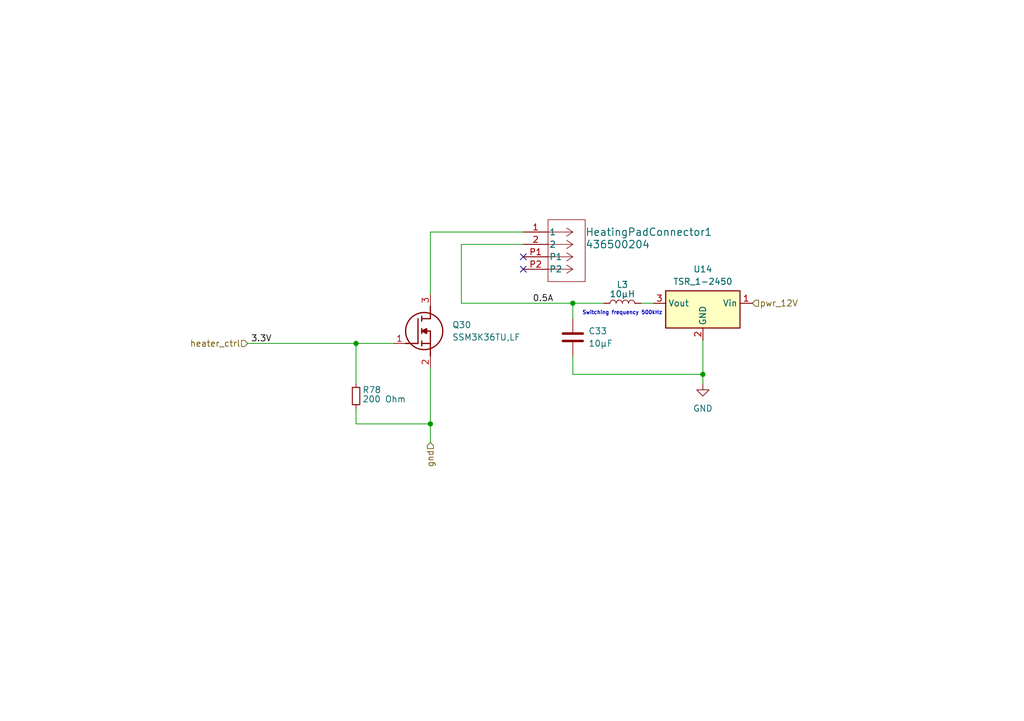
<source format=kicad_sch>
(kicad_sch (version 20230121) (generator eeschema)
  (paper "A5")
  (title_block (title "Heating Pad and Control") (company "SpaceTeam Aachen"))
  (lib_symbols
    (symbol "436500204:436500204" (pin_names (offset 0.254))
      (property "Reference" "J" (at 8.89 6.35 0))
      (property "Value" "436500204" (at 0 0 0))
      (symbol "436500204_1_1"
        (polyline (pts (xy 5.08 -10.16) (xy 12.7 -10.16)) (stroke (width 0.127)))
        (polyline (pts (xy 5.08 2.54) (xy 5.08 -10.16)) (stroke (width 0.127)))
        (polyline (pts (xy 10.16 -7.62) (xy 5.08 -7.62)) (stroke (width 0.127)))
        (polyline (pts (xy 10.16 -7.62) (xy 8.89 -8.4667)) (stroke (width 0.127)))
        (polyline (pts (xy 10.16 -7.62) (xy 8.89 -6.7733)) (stroke (width 0.127)))
        (polyline (pts (xy 10.16 -5.08) (xy 5.08 -5.08)) (stroke (width 0.127)))
        (polyline (pts (xy 10.16 -5.08) (xy 8.89 -5.9267)) (stroke (width 0.127)))
        (polyline (pts (xy 10.16 -5.08) (xy 8.89 -4.2333)) (stroke (width 0.127)))
        (polyline (pts (xy 10.16 -2.54) (xy 5.08 -2.54)) (stroke (width 0.127)))
        (polyline (pts (xy 10.16 -2.54) (xy 8.89 -3.3867)) (stroke (width 0.127)))
        (polyline (pts (xy 10.16 -2.54) (xy 8.89 -1.6933)) (stroke (width 0.127)))
        (polyline (pts (xy 10.16 0) (xy 5.08 0)) (stroke (width 0.127)))
        (polyline (pts (xy 10.16 0) (xy 8.89 -0.8467)) (stroke (width 0.127)))
        (polyline (pts (xy 10.16 0) (xy 8.89 0.8467)) (stroke (width 0.127)))
        (polyline (pts (xy 12.7 -10.16) (xy 12.7 2.54)) (stroke (width 0.127)))
        (polyline (pts (xy 12.7 2.54) (xy 5.08 2.54)) (stroke (width 0.127)))
        (pin unspecified line (at 0 0 0) (length 5.08) (name "1") (number "1"))
        (pin unspecified line (at 0 -2.54 0) (length 5.08) (name "2") (number "2"))
        (pin unspecified line (at 0 -5.08 0) (length 5.08) (name "P1") (number "P1"))
        (pin unspecified line (at 0 -7.62 0) (length 5.08) (name "P2") (number "P2"))
      )
      (symbol "436500204_1_2"
        (polyline (pts (xy 5.08 -10.16) (xy 12.7 -10.16)) (stroke (width 0.127)))
        (polyline (pts (xy 5.08 2.54) (xy 5.08 -10.16)) (stroke (width 0.127)))
        (polyline (pts (xy 7.62 -7.62) (xy 5.08 -7.62)) (stroke (width 0.127)))
        (polyline (pts (xy 7.62 -7.62) (xy 8.89 -8.4667)) (stroke (width 0.127)))
        (polyline (pts (xy 7.62 -7.62) (xy 8.89 -6.7733)) (stroke (width 0.127)))
        (polyline (pts (xy 7.62 -5.08) (xy 5.08 -5.08)) (stroke (width 0.127)))
        (polyline (pts (xy 7.62 -5.08) (xy 8.89 -5.9267)) (stroke (width 0.127)))
        (polyline (pts (xy 7.62 -5.08) (xy 8.89 -4.2333)) (stroke (width 0.127)))
        (polyline (pts (xy 7.62 -2.54) (xy 5.08 -2.54)) (stroke (width 0.127)))
        (polyline (pts (xy 7.62 -2.54) (xy 8.89 -3.3867)) (stroke (width 0.127)))
        (polyline (pts (xy 7.62 -2.54) (xy 8.89 -1.6933)) (stroke (width 0.127)))
        (polyline (pts (xy 7.62 0) (xy 5.08 0)) (stroke (width 0.127)))
        (polyline (pts (xy 7.62 0) (xy 8.89 -0.8467)) (stroke (width 0.127)))
        (polyline (pts (xy 7.62 0) (xy 8.89 0.8467)) (stroke (width 0.127)))
        (polyline (pts (xy 12.7 -10.16) (xy 12.7 2.54)) (stroke (width 0.127)))
        (polyline (pts (xy 12.7 2.54) (xy 5.08 2.54)) (stroke (width 0.127)))
        (pin unspecified line (at 0 0 0) (length 5.08) (name "1") (number "1"))
        (pin unspecified line (at 0 -2.54 0) (length 5.08) (name "2") (number "2"))
        (pin unspecified line (at 0 -5.08 0) (length 5.08) (name "P1") (number "P1"))
        (pin unspecified line (at 0 -7.62 0) (length 5.08) (name "P2") (number "P2"))
      )
    )
    (symbol "Device:C" (pin_numbers hide) (pin_names (offset 0.254))
      (property "Reference" "C" (at 0.635 2.54 0))
      (property "Value" "C" (at 0.635 -2.54 0))
      (symbol "C_0_1"
        (polyline (pts (xy -2.032 -0.762) (xy 2.032 -0.762)) (stroke (width 0.508)))
        (polyline (pts (xy -2.032 0.762) (xy 2.032 0.762)) (stroke (width 0.508)))
      )
      (symbol "C_1_1"
        (pin passive line (at 0 3.81 270) (length 2.794) (name "~") (number "1"))
        (pin passive line (at 0 -3.81 90) (length 2.794) (name "~") (number "2"))
      )
    )
    (symbol "Device:L" (pin_numbers hide) (pin_names (offset 1.016) hide)
      (property "Reference" "L" (at -1.27 0 90))
      (property "Value" "L" (at 1.905 0 90))
      (symbol "L_0_1"
        (arc (start 0 -2.54) (mid 0.6323 -1.905) (end 0 -1.27))
        (arc (start 0 -1.27) (mid 0.6323 -0.635) (end 0 0))
        (arc (start 0 0) (mid 0.6323 0.635) (end 0 1.27))
        (arc (start 0 1.27) (mid 0.6323 1.905) (end 0 2.54))
      )
      (symbol "L_1_1"
        (pin passive line (at 0 3.81 270) (length 1.27) (name "1") (number "1"))
        (pin passive line (at 0 -3.81 90) (length 1.27) (name "2") (number "2"))
      )
    )
    (symbol "Device:R_Small" (pin_numbers hide) (pin_names (offset 0.254) hide)
      (property "Reference" "R" (at 0.762 0.508 0))
      (property "Value" "R_Small" (at 0.762 -1.016 0))
      (symbol "R_Small_0_1"
        (rectangle (start -0.762 1.778) (end 0.762 -1.778) (stroke (width 0.2032)))
      )
      (symbol "R_Small_1_1"
        (pin passive line (at 0 2.54 270) (length 0.762) (name "~") (number "1"))
        (pin passive line (at 0 -2.54 90) (length 0.762) (name "~") (number "2"))
      )
    )
    (symbol "Regulator_Switching:TSR_1-2450"
      (property "Reference" "U" (at -7.62 6.35 0))
      (property "Value" "TSR_1-2450" (at -1.27 6.35 0))
      (symbol "TSR_1-2450_0_1"
        (rectangle (start -7.62 5.08) (end 7.62 -2.54) (stroke (width 0.254)) (fill (type background)))
      )
      (symbol "TSR_1-2450_1_1"
        (pin power_in line (at -10.16 2.54 0) (length 2.54) (name "Vin") (number "1"))
        (pin power_in line (at 0 -5.08 90) (length 2.54) (name "GND") (number "2"))
        (pin power_out line (at 10.16 2.54 180) (length 2.54) (name "Vout") (number "3"))
      )
    )
    (symbol "SSM3K36TU_LF:SSM3K36TU,LF" (pin_names hide)
      (property "Reference" "Q" (at 11.43 3.81 0))
      (property "Value" "SSM3K36TU,LF" (at 11.43 1.27 0))
      (symbol "SSM3K36TU,LF_1_1"
        (polyline (pts (xy 2.54 0) (xy 5.08 0)) (stroke (width 0.254)))
        (polyline (pts (xy 5.08 5.08) (xy 5.08 0)) (stroke (width 0.254)))
        (polyline (pts (xy 5.842 -0.508) (xy 5.842 0.508)) (stroke (width 0.254)))
        (polyline (pts (xy 5.842 0) (xy 7.62 0)) (stroke (width 0.254)))
        (polyline (pts (xy 5.842 2.032) (xy 5.842 3.048)) (stroke (width 0.254)))
        (polyline (pts (xy 5.842 5.588) (xy 5.842 4.572)) (stroke (width 0.254)))
        (polyline (pts (xy 7.62 2.54) (xy 5.842 2.54)) (stroke (width 0.254)))
        (polyline (pts (xy 7.62 2.54) (xy 7.62 -2.54)) (stroke (width 0.254)))
        (polyline (pts (xy 7.62 5.08) (xy 5.842 5.08)) (stroke (width 0.254)))
        (polyline (pts (xy 7.62 5.08) (xy 7.62 7.62)) (stroke (width 0.254)))
        (polyline (pts (xy 5.842 2.54) (xy 6.858 3.048) (xy 6.858 2.032) (xy 5.842 2.54)) (stroke (width 0.254)) (fill (type outline)))
        (circle (center 6.35 2.54) (radius 3.81) (stroke (width 0.254)))
        (pin passive line (at 0 0 0) (length 2.54) (name "G") (number "1"))
        (pin passive line (at 7.62 -5.08 90) (length 2.54) (name "S") (number "2"))
        (pin passive line (at 7.62 10.16 270) (length 2.54) (name "D") (number "3"))
      )
    )
    (symbol "power:GND" (power) (pin_names (offset 0))
      (property "Value" "GND" (at 0 -3.81 0))
      (symbol "GND_0_1"
        (polyline (pts (xy 0 0) (xy 0 -1.27) (xy 1.27 -1.27) (xy 0 -2.54) (xy -1.27 -1.27) (xy 0 -1.27)))
      )
      (symbol "GND_1_1"
        (pin power_in line (at 0 0 270) (length 0) hide (name "GND") (number "1"))
      )
    )
  )
  (junction (at 144.145 76.835))
  (junction (at 73.025 70.485))
  (junction (at 117.475 62.23))
  (junction (at 88.265 86.995))
  (no_connect (at 107.315 55.245))
  (no_connect (at 107.315 52.705))
  (wire (pts (xy 117.475 76.835) (xy 144.145 76.835)))
  (wire (pts (xy 94.615 50.165) (xy 94.615 62.23)))
  (wire (pts (xy 131.445 62.23) (xy 133.985 62.23)))
  (wire (pts (xy 94.615 62.23) (xy 117.475 62.23)))
  (wire (pts (xy 88.265 75.565) (xy 88.265 86.995)))
  (wire (pts (xy 88.265 47.625) (xy 88.265 60.325)))
  (wire (pts (xy 117.475 76.835) (xy 117.475 73.025)))
  (wire (pts (xy 144.145 76.835) (xy 144.145 78.74)))
  (wire (pts (xy 88.265 47.625) (xy 107.315 47.625)))
  (wire (pts (xy 50.8 70.485) (xy 73.025 70.485)))
  (wire (pts (xy 73.025 83.82) (xy 73.025 86.995)))
  (wire (pts (xy 117.475 62.23) (xy 123.825 62.23)))
  (wire (pts (xy 117.475 62.23) (xy 117.475 65.405)))
  (wire (pts (xy 88.265 86.995) (xy 88.265 90.805)))
  (wire (pts (xy 73.025 86.995) (xy 88.265 86.995)))
  (wire (pts (xy 144.145 69.85) (xy 144.145 76.835)))
  (wire (pts (xy 73.025 70.485) (xy 80.645 70.485)))
  (wire (pts (xy 73.025 70.485) (xy 73.025 78.74)))
  (wire (pts (xy 94.615 50.165) (xy 107.315 50.165)))
  (text "Switching frequency 500kHz" (at 119.38 64.77 0) (effects (font (size 0.762 0.762)) (justify left bottom)))
  (label "0.5A" (at 109.22 62.23 0))
  (label "3.3V" (at 51.435 70.485 0))
  (hierarchical_label "pwr_12V" (shape input) (at 154.305 62.23 0))
  (hierarchical_label "gnd" (shape input) (at 88.265 90.805 270))
  (hierarchical_label "heater_ctrl" (shape input) (at 50.8 70.485 180))
  (symbol (lib_id "Device:R_Small") (at 73.025 81.28 0) (unit 1)
    (property "Reference" "R78" (at 74.295 80.01 0) (effects (justify left)))
    (property "Value" "200 Ohm" (at 74.295 81.915 0) (effects (justify left)))
    (instances (project "Payload_PCB" (path "" (reference "R78") (unit 1)) (path "" (reference "R81") (unit 1)) (path "" (reference "R84") (unit 1))))
  )
  (symbol (lib_id "power:GND") (at 144.145 78.74 0) (unit 1)
    (property "Reference" "#PWR07" (effects hide))
    (property "Value" "GND" (at 144.145 83.82 0))
    (instances (project "Payload_PCB" (path "" (reference "#PWR07") (unit 1)) (path "" (reference "#PWR07") (unit 1)) (path "" (reference "#PWR08") (unit 1)) (path "" (reference "#PWR09") (unit 1))))
  )
  (symbol (lib_id "SSM3K36TU_LF:SSM3K36TU,LF") (at 80.645 70.485 0) (unit 1)
    (property "Reference" "Q30" (at 92.71 66.675 0) (effects (justify left)))
    (property "Value" "SSM3K36TU,LF" (at 92.71 69.215 0) (effects (justify left)))
    (property "Footprint" "footprints:SOTFL65P210X75-3N" (effects hide))
    (property "Datasheet" "https://www.mouser.de/datasheet/2/408/SSM3K36TU_datasheet_en_20140301-1661053.pdf" (effects hide))
    (property "Height" "0.75" (effects hide))
    (property "Mouser Part Number" "757-SSM3K36TULF" (effects hide))
    (property "Mouser Price/Stock" "https://www.mouser.co.uk/ProductDetail/Toshiba/SSM3K36TULF?qs=B6kkDfuK7%2FCzOMrVTY9%252BPw%3D%3D" (effects hide))
    (property "Manufacturer_Name" "Toshiba" (effects hide))
    (property "Manufacturer_Part_Number" "SSM3K36TU,LF" (effects hide))
    (instances (project "Payload_PCB" (path "" (reference "Q30") (unit 1)) (path "" (reference "Q34") (unit 1)) (path "" (reference "Q38") (unit 1))))
  )
  (symbol (lib_id "Device:C") (at 117.475 69.215 0) (unit 1)
    (property "Reference" "C33" (at 120.65 67.945 0) (effects (justify left)))
    (property "Value" "10µF" (at 120.65 70.485 0) (effects (justify left)))
    (instances (project "Payload_PCB" (path "" (reference "C33") (unit 1)) (path "" (reference "C32") (unit 1)) (path "" (reference "C34") (unit 1))))
  )
  (symbol (lib_id "Regulator_Switching:TSR_1-2450") (at 144.145 64.77 0) (mirror y) (unit 1)
    (property "Reference" "U14" (at 144.145 55.245 0))
    (property "Value" "TSR_1-2450" (at 144.145 57.785 0))
    (property "Footprint" "Converter_DCDC:Converter_DCDC_TRACO_TSR-1_THT" (effects hide))
    (property "Datasheet" "http://www.tracopower.com/products/tsr1.pdf" (effects hide))
    (instances (project "Payload_PCB" (path "" (reference "U14") (unit 1)) (path "" (reference "U14") (unit 1)) (path "" (reference "U15") (unit 1)) (path "" (reference "U16") (unit 1))))
  )
  (symbol (lib_id "Device:L") (at 127.635 62.23 90) (unit 1)
    (property "Reference" "L3" (at 127.635 58.42 90))
    (property "Value" "10µH" (at 127.635 60.325 90))
    (instances (project "Payload_PCB" (path "" (reference "L3") (unit 1)) (path "" (reference "L3") (unit 1)) (path "" (reference "L4") (unit 1)) (path "" (reference "L5") (unit 1))))
  )
  (symbol (lib_id "436500204:436500204") (at 107.315 47.625 0) (unit 1)
    (property "Reference" "HeatingPadConnector1" (at 120.015 47.625 0) (effects (font (size 1.524 1.524)) (justify left)))
    (property "Value" "436500204" (at 120.015 50.165 0) (effects (font (size 1.524 1.524)) (justify left)))
    (property "Footprint" "CON_436500204_MOL" (effects hide))
    (property "Datasheet" "436500204" (effects hide))
    (instances (project "Payload_PCB" (path "" (reference "HeatingPadConnector1") (unit 1)) (path "" (reference "HeatingPadConnector2") (unit 1)) (path "" (reference "HeatingPadConnector3") (unit 1))))
  )
)
</source>
